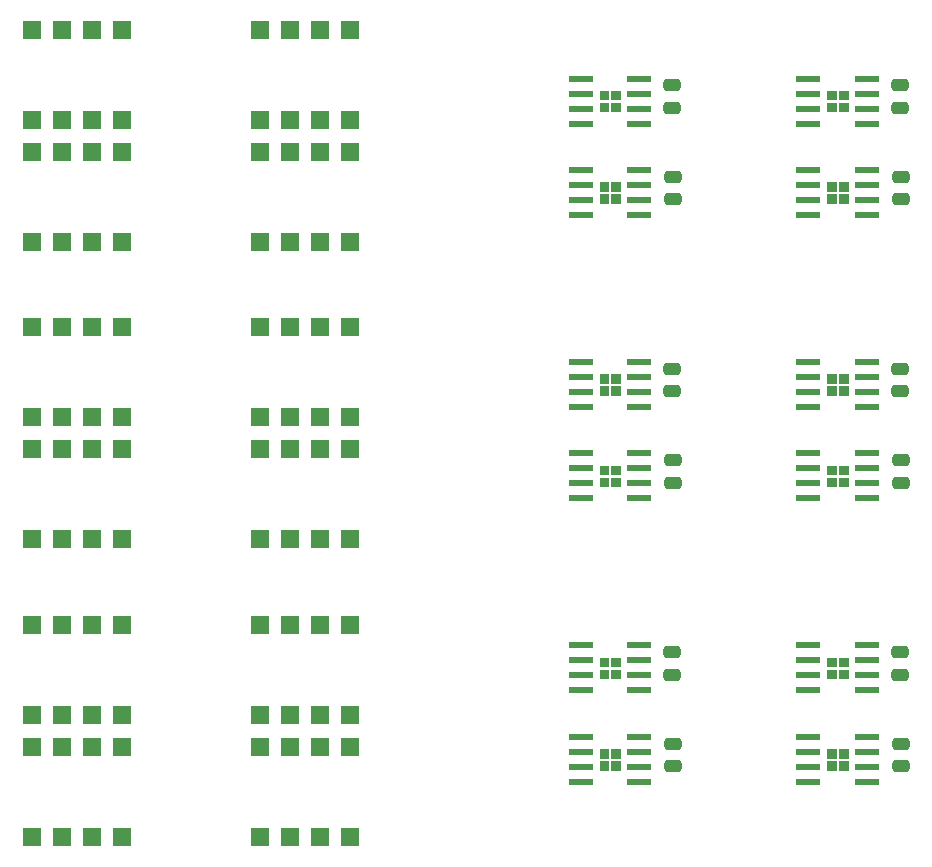
<source format=gbr>
%TF.GenerationSoftware,KiCad,Pcbnew,8.0.4*%
%TF.CreationDate,2024-09-16T10:23:00-03:00*%
%TF.ProjectId,drivers_panelized,64726976-6572-4735-9f70-616e656c697a,rev?*%
%TF.SameCoordinates,Original*%
%TF.FileFunction,Paste,Top*%
%TF.FilePolarity,Positive*%
%FSLAX46Y46*%
G04 Gerber Fmt 4.6, Leading zero omitted, Abs format (unit mm)*
G04 Created by KiCad (PCBNEW 8.0.4) date 2024-09-16 10:23:00*
%MOMM*%
%LPD*%
G01*
G04 APERTURE LIST*
G04 Aperture macros list*
%AMRoundRect*
0 Rectangle with rounded corners*
0 $1 Rounding radius*
0 $2 $3 $4 $5 $6 $7 $8 $9 X,Y pos of 4 corners*
0 Add a 4 corners polygon primitive as box body*
4,1,4,$2,$3,$4,$5,$6,$7,$8,$9,$2,$3,0*
0 Add four circle primitives for the rounded corners*
1,1,$1+$1,$2,$3*
1,1,$1+$1,$4,$5*
1,1,$1+$1,$6,$7*
1,1,$1+$1,$8,$9*
0 Add four rect primitives between the rounded corners*
20,1,$1+$1,$2,$3,$4,$5,0*
20,1,$1+$1,$4,$5,$6,$7,0*
20,1,$1+$1,$6,$7,$8,$9,0*
20,1,$1+$1,$8,$9,$2,$3,0*%
G04 Aperture macros list end*
%ADD10C,0.010000*%
%ADD11RoundRect,0.040600X-0.944400X-0.249400X0.944400X-0.249400X0.944400X0.249400X-0.944400X0.249400X0*%
%ADD12RoundRect,0.250000X0.475000X-0.250000X0.475000X0.250000X-0.475000X0.250000X-0.475000X-0.250000X0*%
%ADD13R,1.600000X1.600000*%
G04 APERTURE END LIST*
D10*
%TO.C,IC1*%
X174080000Y-73831667D02*
X173360000Y-73831667D01*
X173360000Y-73111667D01*
X174080000Y-73111667D01*
X174080000Y-73831667D01*
G36*
X174080000Y-73831667D02*
G01*
X173360000Y-73831667D01*
X173360000Y-73111667D01*
X174080000Y-73111667D01*
X174080000Y-73831667D01*
G37*
X174080000Y-74831667D02*
X173360000Y-74831667D01*
X173360000Y-74111667D01*
X174080000Y-74111667D01*
X174080000Y-74831667D01*
G36*
X174080000Y-74831667D02*
G01*
X173360000Y-74831667D01*
X173360000Y-74111667D01*
X174080000Y-74111667D01*
X174080000Y-74831667D01*
G37*
X175080000Y-73831667D02*
X174360000Y-73831667D01*
X174360000Y-73111667D01*
X175080000Y-73111667D01*
X175080000Y-73831667D01*
G36*
X175080000Y-73831667D02*
G01*
X174360000Y-73831667D01*
X174360000Y-73111667D01*
X175080000Y-73111667D01*
X175080000Y-73831667D01*
G37*
X175080000Y-74831667D02*
X174360000Y-74831667D01*
X174360000Y-74111667D01*
X175080000Y-74111667D01*
X175080000Y-74831667D01*
G36*
X175080000Y-74831667D02*
G01*
X174360000Y-74831667D01*
X174360000Y-74111667D01*
X175080000Y-74111667D01*
X175080000Y-74831667D01*
G37*
X154780000Y-73831667D02*
X154060000Y-73831667D01*
X154060000Y-73111667D01*
X154780000Y-73111667D01*
X154780000Y-73831667D01*
G36*
X154780000Y-73831667D02*
G01*
X154060000Y-73831667D01*
X154060000Y-73111667D01*
X154780000Y-73111667D01*
X154780000Y-73831667D01*
G37*
X154780000Y-74831667D02*
X154060000Y-74831667D01*
X154060000Y-74111667D01*
X154780000Y-74111667D01*
X154780000Y-74831667D01*
G36*
X154780000Y-74831667D02*
G01*
X154060000Y-74831667D01*
X154060000Y-74111667D01*
X154780000Y-74111667D01*
X154780000Y-74831667D01*
G37*
X155780000Y-73831667D02*
X155060000Y-73831667D01*
X155060000Y-73111667D01*
X155780000Y-73111667D01*
X155780000Y-73831667D01*
G36*
X155780000Y-73831667D02*
G01*
X155060000Y-73831667D01*
X155060000Y-73111667D01*
X155780000Y-73111667D01*
X155780000Y-73831667D01*
G37*
X155780000Y-74831667D02*
X155060000Y-74831667D01*
X155060000Y-74111667D01*
X155780000Y-74111667D01*
X155780000Y-74831667D01*
G36*
X155780000Y-74831667D02*
G01*
X155060000Y-74831667D01*
X155060000Y-74111667D01*
X155780000Y-74111667D01*
X155780000Y-74831667D01*
G37*
X174080000Y-97831667D02*
X173360000Y-97831667D01*
X173360000Y-97111667D01*
X174080000Y-97111667D01*
X174080000Y-97831667D01*
G36*
X174080000Y-97831667D02*
G01*
X173360000Y-97831667D01*
X173360000Y-97111667D01*
X174080000Y-97111667D01*
X174080000Y-97831667D01*
G37*
X174080000Y-98831667D02*
X173360000Y-98831667D01*
X173360000Y-98111667D01*
X174080000Y-98111667D01*
X174080000Y-98831667D01*
G36*
X174080000Y-98831667D02*
G01*
X173360000Y-98831667D01*
X173360000Y-98111667D01*
X174080000Y-98111667D01*
X174080000Y-98831667D01*
G37*
X175080000Y-97831667D02*
X174360000Y-97831667D01*
X174360000Y-97111667D01*
X175080000Y-97111667D01*
X175080000Y-97831667D01*
G36*
X175080000Y-97831667D02*
G01*
X174360000Y-97831667D01*
X174360000Y-97111667D01*
X175080000Y-97111667D01*
X175080000Y-97831667D01*
G37*
X175080000Y-98831667D02*
X174360000Y-98831667D01*
X174360000Y-98111667D01*
X175080000Y-98111667D01*
X175080000Y-98831667D01*
G36*
X175080000Y-98831667D02*
G01*
X174360000Y-98831667D01*
X174360000Y-98111667D01*
X175080000Y-98111667D01*
X175080000Y-98831667D01*
G37*
%TO.C,IC2*%
X174080000Y-114091667D02*
X173360000Y-114091667D01*
X173360000Y-113371667D01*
X174080000Y-113371667D01*
X174080000Y-114091667D01*
G36*
X174080000Y-114091667D02*
G01*
X173360000Y-114091667D01*
X173360000Y-113371667D01*
X174080000Y-113371667D01*
X174080000Y-114091667D01*
G37*
X174080000Y-115091667D02*
X173360000Y-115091667D01*
X173360000Y-114371667D01*
X174080000Y-114371667D01*
X174080000Y-115091667D01*
G36*
X174080000Y-115091667D02*
G01*
X173360000Y-115091667D01*
X173360000Y-114371667D01*
X174080000Y-114371667D01*
X174080000Y-115091667D01*
G37*
X175080000Y-114091667D02*
X174360000Y-114091667D01*
X174360000Y-113371667D01*
X175080000Y-113371667D01*
X175080000Y-114091667D01*
G36*
X175080000Y-114091667D02*
G01*
X174360000Y-114091667D01*
X174360000Y-113371667D01*
X175080000Y-113371667D01*
X175080000Y-114091667D01*
G37*
X175080000Y-115091667D02*
X174360000Y-115091667D01*
X174360000Y-114371667D01*
X175080000Y-114371667D01*
X175080000Y-115091667D01*
G36*
X175080000Y-115091667D02*
G01*
X174360000Y-115091667D01*
X174360000Y-114371667D01*
X175080000Y-114371667D01*
X175080000Y-115091667D01*
G37*
X154780000Y-90091667D02*
X154060000Y-90091667D01*
X154060000Y-89371667D01*
X154780000Y-89371667D01*
X154780000Y-90091667D01*
G36*
X154780000Y-90091667D02*
G01*
X154060000Y-90091667D01*
X154060000Y-89371667D01*
X154780000Y-89371667D01*
X154780000Y-90091667D01*
G37*
X154780000Y-91091667D02*
X154060000Y-91091667D01*
X154060000Y-90371667D01*
X154780000Y-90371667D01*
X154780000Y-91091667D01*
G36*
X154780000Y-91091667D02*
G01*
X154060000Y-91091667D01*
X154060000Y-90371667D01*
X154780000Y-90371667D01*
X154780000Y-91091667D01*
G37*
X155780000Y-90091667D02*
X155060000Y-90091667D01*
X155060000Y-89371667D01*
X155780000Y-89371667D01*
X155780000Y-90091667D01*
G36*
X155780000Y-90091667D02*
G01*
X155060000Y-90091667D01*
X155060000Y-89371667D01*
X155780000Y-89371667D01*
X155780000Y-90091667D01*
G37*
X155780000Y-91091667D02*
X155060000Y-91091667D01*
X155060000Y-90371667D01*
X155780000Y-90371667D01*
X155780000Y-91091667D01*
G36*
X155780000Y-91091667D02*
G01*
X155060000Y-91091667D01*
X155060000Y-90371667D01*
X155780000Y-90371667D01*
X155780000Y-91091667D01*
G37*
X174080000Y-90091667D02*
X173360000Y-90091667D01*
X173360000Y-89371667D01*
X174080000Y-89371667D01*
X174080000Y-90091667D01*
G36*
X174080000Y-90091667D02*
G01*
X173360000Y-90091667D01*
X173360000Y-89371667D01*
X174080000Y-89371667D01*
X174080000Y-90091667D01*
G37*
X174080000Y-91091667D02*
X173360000Y-91091667D01*
X173360000Y-90371667D01*
X174080000Y-90371667D01*
X174080000Y-91091667D01*
G36*
X174080000Y-91091667D02*
G01*
X173360000Y-91091667D01*
X173360000Y-90371667D01*
X174080000Y-90371667D01*
X174080000Y-91091667D01*
G37*
X175080000Y-90091667D02*
X174360000Y-90091667D01*
X174360000Y-89371667D01*
X175080000Y-89371667D01*
X175080000Y-90091667D01*
G36*
X175080000Y-90091667D02*
G01*
X174360000Y-90091667D01*
X174360000Y-89371667D01*
X175080000Y-89371667D01*
X175080000Y-90091667D01*
G37*
X175080000Y-91091667D02*
X174360000Y-91091667D01*
X174360000Y-90371667D01*
X175080000Y-90371667D01*
X175080000Y-91091667D01*
G36*
X175080000Y-91091667D02*
G01*
X174360000Y-91091667D01*
X174360000Y-90371667D01*
X175080000Y-90371667D01*
X175080000Y-91091667D01*
G37*
X174080000Y-66091667D02*
X173360000Y-66091667D01*
X173360000Y-65371667D01*
X174080000Y-65371667D01*
X174080000Y-66091667D01*
G36*
X174080000Y-66091667D02*
G01*
X173360000Y-66091667D01*
X173360000Y-65371667D01*
X174080000Y-65371667D01*
X174080000Y-66091667D01*
G37*
X174080000Y-67091667D02*
X173360000Y-67091667D01*
X173360000Y-66371667D01*
X174080000Y-66371667D01*
X174080000Y-67091667D01*
G36*
X174080000Y-67091667D02*
G01*
X173360000Y-67091667D01*
X173360000Y-66371667D01*
X174080000Y-66371667D01*
X174080000Y-67091667D01*
G37*
X175080000Y-66091667D02*
X174360000Y-66091667D01*
X174360000Y-65371667D01*
X175080000Y-65371667D01*
X175080000Y-66091667D01*
G36*
X175080000Y-66091667D02*
G01*
X174360000Y-66091667D01*
X174360000Y-65371667D01*
X175080000Y-65371667D01*
X175080000Y-66091667D01*
G37*
X175080000Y-67091667D02*
X174360000Y-67091667D01*
X174360000Y-66371667D01*
X175080000Y-66371667D01*
X175080000Y-67091667D01*
G36*
X175080000Y-67091667D02*
G01*
X174360000Y-67091667D01*
X174360000Y-66371667D01*
X175080000Y-66371667D01*
X175080000Y-67091667D01*
G37*
%TO.C,IC1*%
X174080000Y-121831667D02*
X173360000Y-121831667D01*
X173360000Y-121111667D01*
X174080000Y-121111667D01*
X174080000Y-121831667D01*
G36*
X174080000Y-121831667D02*
G01*
X173360000Y-121831667D01*
X173360000Y-121111667D01*
X174080000Y-121111667D01*
X174080000Y-121831667D01*
G37*
X174080000Y-122831667D02*
X173360000Y-122831667D01*
X173360000Y-122111667D01*
X174080000Y-122111667D01*
X174080000Y-122831667D01*
G36*
X174080000Y-122831667D02*
G01*
X173360000Y-122831667D01*
X173360000Y-122111667D01*
X174080000Y-122111667D01*
X174080000Y-122831667D01*
G37*
X175080000Y-121831667D02*
X174360000Y-121831667D01*
X174360000Y-121111667D01*
X175080000Y-121111667D01*
X175080000Y-121831667D01*
G36*
X175080000Y-121831667D02*
G01*
X174360000Y-121831667D01*
X174360000Y-121111667D01*
X175080000Y-121111667D01*
X175080000Y-121831667D01*
G37*
X175080000Y-122831667D02*
X174360000Y-122831667D01*
X174360000Y-122111667D01*
X175080000Y-122111667D01*
X175080000Y-122831667D01*
G36*
X175080000Y-122831667D02*
G01*
X174360000Y-122831667D01*
X174360000Y-122111667D01*
X175080000Y-122111667D01*
X175080000Y-122831667D01*
G37*
%TO.C,IC2*%
X154780000Y-114091667D02*
X154060000Y-114091667D01*
X154060000Y-113371667D01*
X154780000Y-113371667D01*
X154780000Y-114091667D01*
G36*
X154780000Y-114091667D02*
G01*
X154060000Y-114091667D01*
X154060000Y-113371667D01*
X154780000Y-113371667D01*
X154780000Y-114091667D01*
G37*
X154780000Y-115091667D02*
X154060000Y-115091667D01*
X154060000Y-114371667D01*
X154780000Y-114371667D01*
X154780000Y-115091667D01*
G36*
X154780000Y-115091667D02*
G01*
X154060000Y-115091667D01*
X154060000Y-114371667D01*
X154780000Y-114371667D01*
X154780000Y-115091667D01*
G37*
X155780000Y-114091667D02*
X155060000Y-114091667D01*
X155060000Y-113371667D01*
X155780000Y-113371667D01*
X155780000Y-114091667D01*
G36*
X155780000Y-114091667D02*
G01*
X155060000Y-114091667D01*
X155060000Y-113371667D01*
X155780000Y-113371667D01*
X155780000Y-114091667D01*
G37*
X155780000Y-115091667D02*
X155060000Y-115091667D01*
X155060000Y-114371667D01*
X155780000Y-114371667D01*
X155780000Y-115091667D01*
G36*
X155780000Y-115091667D02*
G01*
X155060000Y-115091667D01*
X155060000Y-114371667D01*
X155780000Y-114371667D01*
X155780000Y-115091667D01*
G37*
%TO.C,IC1*%
X154780000Y-97831667D02*
X154060000Y-97831667D01*
X154060000Y-97111667D01*
X154780000Y-97111667D01*
X154780000Y-97831667D01*
G36*
X154780000Y-97831667D02*
G01*
X154060000Y-97831667D01*
X154060000Y-97111667D01*
X154780000Y-97111667D01*
X154780000Y-97831667D01*
G37*
X154780000Y-98831667D02*
X154060000Y-98831667D01*
X154060000Y-98111667D01*
X154780000Y-98111667D01*
X154780000Y-98831667D01*
G36*
X154780000Y-98831667D02*
G01*
X154060000Y-98831667D01*
X154060000Y-98111667D01*
X154780000Y-98111667D01*
X154780000Y-98831667D01*
G37*
X155780000Y-97831667D02*
X155060000Y-97831667D01*
X155060000Y-97111667D01*
X155780000Y-97111667D01*
X155780000Y-97831667D01*
G36*
X155780000Y-97831667D02*
G01*
X155060000Y-97831667D01*
X155060000Y-97111667D01*
X155780000Y-97111667D01*
X155780000Y-97831667D01*
G37*
X155780000Y-98831667D02*
X155060000Y-98831667D01*
X155060000Y-98111667D01*
X155780000Y-98111667D01*
X155780000Y-98831667D01*
G36*
X155780000Y-98831667D02*
G01*
X155060000Y-98831667D01*
X155060000Y-98111667D01*
X155780000Y-98111667D01*
X155780000Y-98831667D01*
G37*
X154780000Y-121831667D02*
X154060000Y-121831667D01*
X154060000Y-121111667D01*
X154780000Y-121111667D01*
X154780000Y-121831667D01*
G36*
X154780000Y-121831667D02*
G01*
X154060000Y-121831667D01*
X154060000Y-121111667D01*
X154780000Y-121111667D01*
X154780000Y-121831667D01*
G37*
X154780000Y-122831667D02*
X154060000Y-122831667D01*
X154060000Y-122111667D01*
X154780000Y-122111667D01*
X154780000Y-122831667D01*
G36*
X154780000Y-122831667D02*
G01*
X154060000Y-122831667D01*
X154060000Y-122111667D01*
X154780000Y-122111667D01*
X154780000Y-122831667D01*
G37*
X155780000Y-121831667D02*
X155060000Y-121831667D01*
X155060000Y-121111667D01*
X155780000Y-121111667D01*
X155780000Y-121831667D01*
G36*
X155780000Y-121831667D02*
G01*
X155060000Y-121831667D01*
X155060000Y-121111667D01*
X155780000Y-121111667D01*
X155780000Y-121831667D01*
G37*
X155780000Y-122831667D02*
X155060000Y-122831667D01*
X155060000Y-122111667D01*
X155780000Y-122111667D01*
X155780000Y-122831667D01*
G36*
X155780000Y-122831667D02*
G01*
X155060000Y-122831667D01*
X155060000Y-122111667D01*
X155780000Y-122111667D01*
X155780000Y-122831667D01*
G37*
%TO.C,IC2*%
X154780000Y-66091667D02*
X154060000Y-66091667D01*
X154060000Y-65371667D01*
X154780000Y-65371667D01*
X154780000Y-66091667D01*
G36*
X154780000Y-66091667D02*
G01*
X154060000Y-66091667D01*
X154060000Y-65371667D01*
X154780000Y-65371667D01*
X154780000Y-66091667D01*
G37*
X154780000Y-67091667D02*
X154060000Y-67091667D01*
X154060000Y-66371667D01*
X154780000Y-66371667D01*
X154780000Y-67091667D01*
G36*
X154780000Y-67091667D02*
G01*
X154060000Y-67091667D01*
X154060000Y-66371667D01*
X154780000Y-66371667D01*
X154780000Y-67091667D01*
G37*
X155780000Y-66091667D02*
X155060000Y-66091667D01*
X155060000Y-65371667D01*
X155780000Y-65371667D01*
X155780000Y-66091667D01*
G36*
X155780000Y-66091667D02*
G01*
X155060000Y-66091667D01*
X155060000Y-65371667D01*
X155780000Y-65371667D01*
X155780000Y-66091667D01*
G37*
X155780000Y-67091667D02*
X155060000Y-67091667D01*
X155060000Y-66371667D01*
X155780000Y-66371667D01*
X155780000Y-67091667D01*
G36*
X155780000Y-67091667D02*
G01*
X155060000Y-67091667D01*
X155060000Y-66371667D01*
X155780000Y-66371667D01*
X155780000Y-67091667D01*
G37*
%TD*%
D11*
%TO.C,IC1*%
X171750000Y-72066667D03*
X171750000Y-73336667D03*
X171750000Y-74606667D03*
X171750000Y-75876667D03*
X176690000Y-75876667D03*
X176690000Y-74606667D03*
X176690000Y-73336667D03*
X176690000Y-72066667D03*
%TD*%
%TO.C,IC1*%
X152450000Y-72066667D03*
X152450000Y-73336667D03*
X152450000Y-74606667D03*
X152450000Y-75876667D03*
X157390000Y-75876667D03*
X157390000Y-74606667D03*
X157390000Y-73336667D03*
X157390000Y-72066667D03*
%TD*%
D12*
%TO.C,C2*%
X179500000Y-66816667D03*
X179500000Y-64916667D03*
%TD*%
D13*
%TO.C,U1*%
X105980000Y-78136667D03*
X108520000Y-78136667D03*
X111060000Y-78136667D03*
X113600000Y-78136667D03*
X113600000Y-70516667D03*
X111060000Y-70516667D03*
X108520000Y-70516667D03*
X105980000Y-70516667D03*
%TD*%
D11*
%TO.C,IC1*%
X171750000Y-96066667D03*
X171750000Y-97336667D03*
X171750000Y-98606667D03*
X171750000Y-99876667D03*
X176690000Y-99876667D03*
X176690000Y-98606667D03*
X176690000Y-97336667D03*
X176690000Y-96066667D03*
%TD*%
D12*
%TO.C,C2*%
X179500000Y-114816667D03*
X179500000Y-112916667D03*
%TD*%
D11*
%TO.C,IC2*%
X171750000Y-112326667D03*
X171750000Y-113596667D03*
X171750000Y-114866667D03*
X171750000Y-116136667D03*
X176690000Y-116136667D03*
X176690000Y-114866667D03*
X176690000Y-113596667D03*
X176690000Y-112326667D03*
%TD*%
D12*
%TO.C,C2*%
X179500000Y-90816667D03*
X179500000Y-88916667D03*
%TD*%
D13*
%TO.C,U1*%
X125280000Y-128536667D03*
X127820000Y-128536667D03*
X130360000Y-128536667D03*
X132900000Y-128536667D03*
X132900000Y-120916667D03*
X130360000Y-120916667D03*
X127820000Y-120916667D03*
X125280000Y-120916667D03*
%TD*%
%TO.C,U1*%
X105980000Y-103336667D03*
X108520000Y-103336667D03*
X111060000Y-103336667D03*
X113600000Y-103336667D03*
X113600000Y-95716667D03*
X111060000Y-95716667D03*
X108520000Y-95716667D03*
X105980000Y-95716667D03*
%TD*%
%TO.C,U1*%
X125280000Y-103336667D03*
X127820000Y-103336667D03*
X130360000Y-103336667D03*
X132900000Y-103336667D03*
X132900000Y-95716667D03*
X130360000Y-95716667D03*
X127820000Y-95716667D03*
X125280000Y-95716667D03*
%TD*%
D12*
%TO.C,C1*%
X160300000Y-98566667D03*
X160300000Y-96666667D03*
%TD*%
%TO.C,C1*%
X160300000Y-122566667D03*
X160300000Y-120666667D03*
%TD*%
D13*
%TO.C,U1*%
X105980000Y-128536667D03*
X108520000Y-128536667D03*
X111060000Y-128536667D03*
X113600000Y-128536667D03*
X113600000Y-120916667D03*
X111060000Y-120916667D03*
X108520000Y-120916667D03*
X105980000Y-120916667D03*
%TD*%
D12*
%TO.C,C1*%
X179600000Y-122566667D03*
X179600000Y-120666667D03*
%TD*%
D13*
%TO.C,U2*%
X125280000Y-93016667D03*
X127820000Y-93016667D03*
X130360000Y-93016667D03*
X132900000Y-93016667D03*
X132900000Y-85396667D03*
X130360000Y-85396667D03*
X127820000Y-85396667D03*
X125280000Y-85396667D03*
%TD*%
%TO.C,U2*%
X125280000Y-67816667D03*
X127820000Y-67816667D03*
X130360000Y-67816667D03*
X132900000Y-67816667D03*
X132900000Y-60196667D03*
X130360000Y-60196667D03*
X127820000Y-60196667D03*
X125280000Y-60196667D03*
%TD*%
D12*
%TO.C,C2*%
X160200000Y-90816667D03*
X160200000Y-88916667D03*
%TD*%
%TO.C,C2*%
X160200000Y-66816667D03*
X160200000Y-64916667D03*
%TD*%
%TO.C,C1*%
X179600000Y-74566667D03*
X179600000Y-72666667D03*
%TD*%
D11*
%TO.C,IC2*%
X152450000Y-88326667D03*
X152450000Y-89596667D03*
X152450000Y-90866667D03*
X152450000Y-92136667D03*
X157390000Y-92136667D03*
X157390000Y-90866667D03*
X157390000Y-89596667D03*
X157390000Y-88326667D03*
%TD*%
D12*
%TO.C,C1*%
X179600000Y-98566667D03*
X179600000Y-96666667D03*
%TD*%
%TO.C,C2*%
X160200000Y-114816667D03*
X160200000Y-112916667D03*
%TD*%
D11*
%TO.C,IC2*%
X171750000Y-88326667D03*
X171750000Y-89596667D03*
X171750000Y-90866667D03*
X171750000Y-92136667D03*
X176690000Y-92136667D03*
X176690000Y-90866667D03*
X176690000Y-89596667D03*
X176690000Y-88326667D03*
%TD*%
%TO.C,IC2*%
X171750000Y-64326667D03*
X171750000Y-65596667D03*
X171750000Y-66866667D03*
X171750000Y-68136667D03*
X176690000Y-68136667D03*
X176690000Y-66866667D03*
X176690000Y-65596667D03*
X176690000Y-64326667D03*
%TD*%
%TO.C,IC1*%
X171750000Y-120066667D03*
X171750000Y-121336667D03*
X171750000Y-122606667D03*
X171750000Y-123876667D03*
X176690000Y-123876667D03*
X176690000Y-122606667D03*
X176690000Y-121336667D03*
X176690000Y-120066667D03*
%TD*%
D13*
%TO.C,U2*%
X125280000Y-118216667D03*
X127820000Y-118216667D03*
X130360000Y-118216667D03*
X132900000Y-118216667D03*
X132900000Y-110596667D03*
X130360000Y-110596667D03*
X127820000Y-110596667D03*
X125280000Y-110596667D03*
%TD*%
%TO.C,U2*%
X105980000Y-93016667D03*
X108520000Y-93016667D03*
X111060000Y-93016667D03*
X113600000Y-93016667D03*
X113600000Y-85396667D03*
X111060000Y-85396667D03*
X108520000Y-85396667D03*
X105980000Y-85396667D03*
%TD*%
D11*
%TO.C,IC2*%
X152450000Y-112326667D03*
X152450000Y-113596667D03*
X152450000Y-114866667D03*
X152450000Y-116136667D03*
X157390000Y-116136667D03*
X157390000Y-114866667D03*
X157390000Y-113596667D03*
X157390000Y-112326667D03*
%TD*%
D13*
%TO.C,U2*%
X105980000Y-118216667D03*
X108520000Y-118216667D03*
X111060000Y-118216667D03*
X113600000Y-118216667D03*
X113600000Y-110596667D03*
X111060000Y-110596667D03*
X108520000Y-110596667D03*
X105980000Y-110596667D03*
%TD*%
D12*
%TO.C,C1*%
X160300000Y-74566667D03*
X160300000Y-72666667D03*
%TD*%
D11*
%TO.C,IC1*%
X152450000Y-96066667D03*
X152450000Y-97336667D03*
X152450000Y-98606667D03*
X152450000Y-99876667D03*
X157390000Y-99876667D03*
X157390000Y-98606667D03*
X157390000Y-97336667D03*
X157390000Y-96066667D03*
%TD*%
D13*
%TO.C,U2*%
X105980000Y-67816667D03*
X108520000Y-67816667D03*
X111060000Y-67816667D03*
X113600000Y-67816667D03*
X113600000Y-60196667D03*
X111060000Y-60196667D03*
X108520000Y-60196667D03*
X105980000Y-60196667D03*
%TD*%
%TO.C,U1*%
X125280000Y-78136667D03*
X127820000Y-78136667D03*
X130360000Y-78136667D03*
X132900000Y-78136667D03*
X132900000Y-70516667D03*
X130360000Y-70516667D03*
X127820000Y-70516667D03*
X125280000Y-70516667D03*
%TD*%
D11*
%TO.C,IC1*%
X152450000Y-120066667D03*
X152450000Y-121336667D03*
X152450000Y-122606667D03*
X152450000Y-123876667D03*
X157390000Y-123876667D03*
X157390000Y-122606667D03*
X157390000Y-121336667D03*
X157390000Y-120066667D03*
%TD*%
%TO.C,IC2*%
X152450000Y-64326667D03*
X152450000Y-65596667D03*
X152450000Y-66866667D03*
X152450000Y-68136667D03*
X157390000Y-68136667D03*
X157390000Y-66866667D03*
X157390000Y-65596667D03*
X157390000Y-64326667D03*
%TD*%
M02*

</source>
